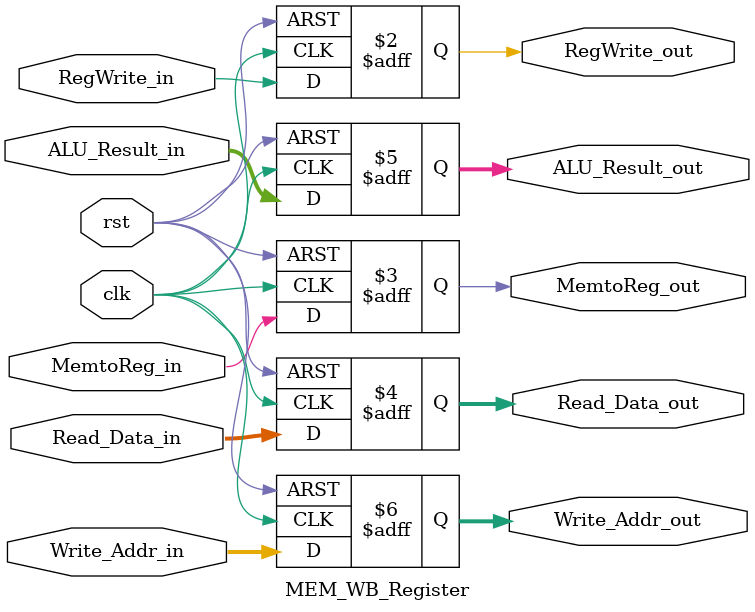
<source format=v>
module MEM_WB_Register(RegWrite_out, MemtoReg_out, 
    Read_Data_out, ALU_Result_out, Write_Addr_out,  
	clk, rst, RegWrite_in, MemtoReg_in,
    Read_Data_in, ALU_Result_in, Write_Addr_in);

output RegWrite_out, MemtoReg_out;
reg RegWrite_out, MemtoReg_out;
output [31:0]Read_Data_out, ALU_Result_out;
reg [31:0]Read_Data_out, ALU_Result_out;
output [4:0]Write_Addr_out;
reg [4:0]Write_Addr_out;

input clk, rst, RegWrite_in, MemtoReg_in;
input [31:0]Read_Data_in, ALU_Result_in;
input [4:0]Write_Addr_in;


always@(posedge clk or posedge rst) begin
	if(rst) begin
        RegWrite_out<=1'b0;
        MemtoReg_out<=1'b0;
        Read_Data_out<=32'd0;
        ALU_Result_out<=32'd0;
        Write_Addr_out<=5'd0;
	end
	else begin
        RegWrite_out<=RegWrite_in;
        MemtoReg_out<=MemtoReg_in;
        Read_Data_out<=Read_Data_in;
        ALU_Result_out<=ALU_Result_in;
        Write_Addr_out<=Write_Addr_in;
	end

end

endmodule
</source>
